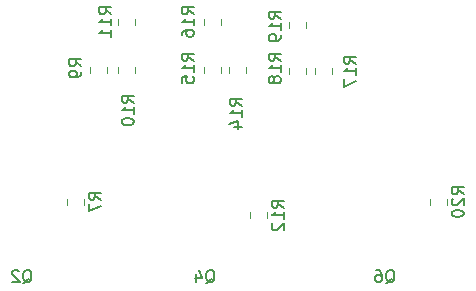
<source format=gbr>
G04 #@! TF.GenerationSoftware,KiCad,Pcbnew,(5.1.4)-1*
G04 #@! TF.CreationDate,2019-11-24T23:21:18+05:30*
G04 #@! TF.ProjectId,half_bridge_fd6288_v3.0,68616c66-5f62-4726-9964-67655f666436,rev?*
G04 #@! TF.SameCoordinates,Original*
G04 #@! TF.FileFunction,Legend,Bot*
G04 #@! TF.FilePolarity,Positive*
%FSLAX46Y46*%
G04 Gerber Fmt 4.6, Leading zero omitted, Abs format (unit mm)*
G04 Created by KiCad (PCBNEW (5.1.4)-1) date 2019-11-24 23:21:18*
%MOMM*%
%LPD*%
G04 APERTURE LIST*
%ADD10C,0.120000*%
%ADD11C,0.150000*%
G04 APERTURE END LIST*
D10*
X50494000Y-111250252D02*
X50494000Y-110727748D01*
X49074000Y-111250252D02*
X49074000Y-110727748D01*
X52399000Y-99569748D02*
X52399000Y-100092252D01*
X50979000Y-99569748D02*
X50979000Y-100092252D01*
X54812000Y-100074252D02*
X54812000Y-99551748D01*
X53392000Y-100074252D02*
X53392000Y-99551748D01*
X53392000Y-95505748D02*
X53392000Y-96028252D01*
X54812000Y-95505748D02*
X54812000Y-96028252D01*
X65988000Y-112402252D02*
X65988000Y-111879748D01*
X64568000Y-112402252D02*
X64568000Y-111879748D01*
X62790000Y-99551748D02*
X62790000Y-100074252D01*
X64210000Y-99551748D02*
X64210000Y-100074252D01*
X60631000Y-100074252D02*
X60631000Y-99551748D01*
X62051000Y-100074252D02*
X62051000Y-99551748D01*
X60631000Y-95505748D02*
X60631000Y-96028252D01*
X62051000Y-95505748D02*
X62051000Y-96028252D01*
X70029000Y-99678748D02*
X70029000Y-100201252D01*
X71449000Y-99678748D02*
X71449000Y-100201252D01*
X67870000Y-100219252D02*
X67870000Y-99696748D01*
X69290000Y-100219252D02*
X69290000Y-99696748D01*
X69290000Y-95741748D02*
X69290000Y-96264252D01*
X67870000Y-95741748D02*
X67870000Y-96264252D01*
X81228000Y-111268252D02*
X81228000Y-110745748D01*
X79808000Y-111268252D02*
X79808000Y-110745748D01*
D11*
X45307238Y-117895619D02*
X45402476Y-117848000D01*
X45497714Y-117752761D01*
X45640571Y-117609904D01*
X45735809Y-117562285D01*
X45831047Y-117562285D01*
X45783428Y-117800380D02*
X45878666Y-117752761D01*
X45973904Y-117657523D01*
X46021523Y-117467047D01*
X46021523Y-117133714D01*
X45973904Y-116943238D01*
X45878666Y-116848000D01*
X45783428Y-116800380D01*
X45592952Y-116800380D01*
X45497714Y-116848000D01*
X45402476Y-116943238D01*
X45354857Y-117133714D01*
X45354857Y-117467047D01*
X45402476Y-117657523D01*
X45497714Y-117752761D01*
X45592952Y-117800380D01*
X45783428Y-117800380D01*
X44973904Y-116895619D02*
X44926285Y-116848000D01*
X44831047Y-116800380D01*
X44592952Y-116800380D01*
X44497714Y-116848000D01*
X44450095Y-116895619D01*
X44402476Y-116990857D01*
X44402476Y-117086095D01*
X44450095Y-117228952D01*
X45021523Y-117800380D01*
X44402476Y-117800380D01*
X60801238Y-117895619D02*
X60896476Y-117848000D01*
X60991714Y-117752761D01*
X61134571Y-117609904D01*
X61229809Y-117562285D01*
X61325047Y-117562285D01*
X61277428Y-117800380D02*
X61372666Y-117752761D01*
X61467904Y-117657523D01*
X61515523Y-117467047D01*
X61515523Y-117133714D01*
X61467904Y-116943238D01*
X61372666Y-116848000D01*
X61277428Y-116800380D01*
X61086952Y-116800380D01*
X60991714Y-116848000D01*
X60896476Y-116943238D01*
X60848857Y-117133714D01*
X60848857Y-117467047D01*
X60896476Y-117657523D01*
X60991714Y-117752761D01*
X61086952Y-117800380D01*
X61277428Y-117800380D01*
X59991714Y-117133714D02*
X59991714Y-117800380D01*
X60229809Y-116752761D02*
X60467904Y-117467047D01*
X59848857Y-117467047D01*
X76041238Y-117895619D02*
X76136476Y-117848000D01*
X76231714Y-117752761D01*
X76374571Y-117609904D01*
X76469809Y-117562285D01*
X76565047Y-117562285D01*
X76517428Y-117800380D02*
X76612666Y-117752761D01*
X76707904Y-117657523D01*
X76755523Y-117467047D01*
X76755523Y-117133714D01*
X76707904Y-116943238D01*
X76612666Y-116848000D01*
X76517428Y-116800380D01*
X76326952Y-116800380D01*
X76231714Y-116848000D01*
X76136476Y-116943238D01*
X76088857Y-117133714D01*
X76088857Y-117467047D01*
X76136476Y-117657523D01*
X76231714Y-117752761D01*
X76326952Y-117800380D01*
X76517428Y-117800380D01*
X75231714Y-116800380D02*
X75422190Y-116800380D01*
X75517428Y-116848000D01*
X75565047Y-116895619D01*
X75660285Y-117038476D01*
X75707904Y-117228952D01*
X75707904Y-117609904D01*
X75660285Y-117705142D01*
X75612666Y-117752761D01*
X75517428Y-117800380D01*
X75326952Y-117800380D01*
X75231714Y-117752761D01*
X75184095Y-117705142D01*
X75136476Y-117609904D01*
X75136476Y-117371809D01*
X75184095Y-117276571D01*
X75231714Y-117228952D01*
X75326952Y-117181333D01*
X75517428Y-117181333D01*
X75612666Y-117228952D01*
X75660285Y-117276571D01*
X75707904Y-117371809D01*
X51886380Y-110822333D02*
X51410190Y-110489000D01*
X51886380Y-110250904D02*
X50886380Y-110250904D01*
X50886380Y-110631857D01*
X50934000Y-110727095D01*
X50981619Y-110774714D01*
X51076857Y-110822333D01*
X51219714Y-110822333D01*
X51314952Y-110774714D01*
X51362571Y-110727095D01*
X51410190Y-110631857D01*
X51410190Y-110250904D01*
X50886380Y-111155666D02*
X50886380Y-111822333D01*
X51886380Y-111393761D01*
X50236380Y-99528333D02*
X49760190Y-99195000D01*
X50236380Y-98956904D02*
X49236380Y-98956904D01*
X49236380Y-99337857D01*
X49284000Y-99433095D01*
X49331619Y-99480714D01*
X49426857Y-99528333D01*
X49569714Y-99528333D01*
X49664952Y-99480714D01*
X49712571Y-99433095D01*
X49760190Y-99337857D01*
X49760190Y-98956904D01*
X50236380Y-100004523D02*
X50236380Y-100195000D01*
X50188761Y-100290238D01*
X50141142Y-100337857D01*
X49998285Y-100433095D01*
X49807809Y-100480714D01*
X49426857Y-100480714D01*
X49331619Y-100433095D01*
X49284000Y-100385476D01*
X49236380Y-100290238D01*
X49236380Y-100099761D01*
X49284000Y-100004523D01*
X49331619Y-99956904D01*
X49426857Y-99909285D01*
X49664952Y-99909285D01*
X49760190Y-99956904D01*
X49807809Y-100004523D01*
X49855428Y-100099761D01*
X49855428Y-100290238D01*
X49807809Y-100385476D01*
X49760190Y-100433095D01*
X49664952Y-100480714D01*
X54681380Y-102608142D02*
X54205190Y-102274809D01*
X54681380Y-102036714D02*
X53681380Y-102036714D01*
X53681380Y-102417666D01*
X53729000Y-102512904D01*
X53776619Y-102560523D01*
X53871857Y-102608142D01*
X54014714Y-102608142D01*
X54109952Y-102560523D01*
X54157571Y-102512904D01*
X54205190Y-102417666D01*
X54205190Y-102036714D01*
X54681380Y-103560523D02*
X54681380Y-102989095D01*
X54681380Y-103274809D02*
X53681380Y-103274809D01*
X53824238Y-103179571D01*
X53919476Y-103084333D01*
X53967095Y-102989095D01*
X53681380Y-104179571D02*
X53681380Y-104274809D01*
X53729000Y-104370047D01*
X53776619Y-104417666D01*
X53871857Y-104465285D01*
X54062333Y-104512904D01*
X54300428Y-104512904D01*
X54490904Y-104465285D01*
X54586142Y-104417666D01*
X54633761Y-104370047D01*
X54681380Y-104274809D01*
X54681380Y-104179571D01*
X54633761Y-104084333D01*
X54586142Y-104036714D01*
X54490904Y-103989095D01*
X54300428Y-103941476D01*
X54062333Y-103941476D01*
X53871857Y-103989095D01*
X53776619Y-104036714D01*
X53729000Y-104084333D01*
X53681380Y-104179571D01*
X52776380Y-95115142D02*
X52300190Y-94781809D01*
X52776380Y-94543714D02*
X51776380Y-94543714D01*
X51776380Y-94924666D01*
X51824000Y-95019904D01*
X51871619Y-95067523D01*
X51966857Y-95115142D01*
X52109714Y-95115142D01*
X52204952Y-95067523D01*
X52252571Y-95019904D01*
X52300190Y-94924666D01*
X52300190Y-94543714D01*
X52776380Y-96067523D02*
X52776380Y-95496095D01*
X52776380Y-95781809D02*
X51776380Y-95781809D01*
X51919238Y-95686571D01*
X52014476Y-95591333D01*
X52062095Y-95496095D01*
X52776380Y-97019904D02*
X52776380Y-96448476D01*
X52776380Y-96734190D02*
X51776380Y-96734190D01*
X51919238Y-96638952D01*
X52014476Y-96543714D01*
X52062095Y-96448476D01*
X67380380Y-111498142D02*
X66904190Y-111164809D01*
X67380380Y-110926714D02*
X66380380Y-110926714D01*
X66380380Y-111307666D01*
X66428000Y-111402904D01*
X66475619Y-111450523D01*
X66570857Y-111498142D01*
X66713714Y-111498142D01*
X66808952Y-111450523D01*
X66856571Y-111402904D01*
X66904190Y-111307666D01*
X66904190Y-110926714D01*
X67380380Y-112450523D02*
X67380380Y-111879095D01*
X67380380Y-112164809D02*
X66380380Y-112164809D01*
X66523238Y-112069571D01*
X66618476Y-111974333D01*
X66666095Y-111879095D01*
X66475619Y-112831476D02*
X66428000Y-112879095D01*
X66380380Y-112974333D01*
X66380380Y-113212428D01*
X66428000Y-113307666D01*
X66475619Y-113355285D01*
X66570857Y-113402904D01*
X66666095Y-113402904D01*
X66808952Y-113355285D01*
X67380380Y-112783857D01*
X67380380Y-113402904D01*
X63825380Y-102862142D02*
X63349190Y-102528809D01*
X63825380Y-102290714D02*
X62825380Y-102290714D01*
X62825380Y-102671666D01*
X62873000Y-102766904D01*
X62920619Y-102814523D01*
X63015857Y-102862142D01*
X63158714Y-102862142D01*
X63253952Y-102814523D01*
X63301571Y-102766904D01*
X63349190Y-102671666D01*
X63349190Y-102290714D01*
X63825380Y-103814523D02*
X63825380Y-103243095D01*
X63825380Y-103528809D02*
X62825380Y-103528809D01*
X62968238Y-103433571D01*
X63063476Y-103338333D01*
X63111095Y-103243095D01*
X63158714Y-104671666D02*
X63825380Y-104671666D01*
X62777761Y-104433571D02*
X63492047Y-104195476D01*
X63492047Y-104814523D01*
X59761380Y-99052142D02*
X59285190Y-98718809D01*
X59761380Y-98480714D02*
X58761380Y-98480714D01*
X58761380Y-98861666D01*
X58809000Y-98956904D01*
X58856619Y-99004523D01*
X58951857Y-99052142D01*
X59094714Y-99052142D01*
X59189952Y-99004523D01*
X59237571Y-98956904D01*
X59285190Y-98861666D01*
X59285190Y-98480714D01*
X59761380Y-100004523D02*
X59761380Y-99433095D01*
X59761380Y-99718809D02*
X58761380Y-99718809D01*
X58904238Y-99623571D01*
X58999476Y-99528333D01*
X59047095Y-99433095D01*
X58761380Y-100909285D02*
X58761380Y-100433095D01*
X59237571Y-100385476D01*
X59189952Y-100433095D01*
X59142333Y-100528333D01*
X59142333Y-100766428D01*
X59189952Y-100861666D01*
X59237571Y-100909285D01*
X59332809Y-100956904D01*
X59570904Y-100956904D01*
X59666142Y-100909285D01*
X59713761Y-100861666D01*
X59761380Y-100766428D01*
X59761380Y-100528333D01*
X59713761Y-100433095D01*
X59666142Y-100385476D01*
X59761380Y-95115142D02*
X59285190Y-94781809D01*
X59761380Y-94543714D02*
X58761380Y-94543714D01*
X58761380Y-94924666D01*
X58809000Y-95019904D01*
X58856619Y-95067523D01*
X58951857Y-95115142D01*
X59094714Y-95115142D01*
X59189952Y-95067523D01*
X59237571Y-95019904D01*
X59285190Y-94924666D01*
X59285190Y-94543714D01*
X59761380Y-96067523D02*
X59761380Y-95496095D01*
X59761380Y-95781809D02*
X58761380Y-95781809D01*
X58904238Y-95686571D01*
X58999476Y-95591333D01*
X59047095Y-95496095D01*
X58761380Y-96924666D02*
X58761380Y-96734190D01*
X58809000Y-96638952D01*
X58856619Y-96591333D01*
X58999476Y-96496095D01*
X59189952Y-96448476D01*
X59570904Y-96448476D01*
X59666142Y-96496095D01*
X59713761Y-96543714D01*
X59761380Y-96638952D01*
X59761380Y-96829428D01*
X59713761Y-96924666D01*
X59666142Y-96972285D01*
X59570904Y-97019904D01*
X59332809Y-97019904D01*
X59237571Y-96972285D01*
X59189952Y-96924666D01*
X59142333Y-96829428D01*
X59142333Y-96638952D01*
X59189952Y-96543714D01*
X59237571Y-96496095D01*
X59332809Y-96448476D01*
X73477380Y-99297142D02*
X73001190Y-98963809D01*
X73477380Y-98725714D02*
X72477380Y-98725714D01*
X72477380Y-99106666D01*
X72525000Y-99201904D01*
X72572619Y-99249523D01*
X72667857Y-99297142D01*
X72810714Y-99297142D01*
X72905952Y-99249523D01*
X72953571Y-99201904D01*
X73001190Y-99106666D01*
X73001190Y-98725714D01*
X73477380Y-100249523D02*
X73477380Y-99678095D01*
X73477380Y-99963809D02*
X72477380Y-99963809D01*
X72620238Y-99868571D01*
X72715476Y-99773333D01*
X72763095Y-99678095D01*
X72477380Y-100582857D02*
X72477380Y-101249523D01*
X73477380Y-100820952D01*
X67127380Y-99052142D02*
X66651190Y-98718809D01*
X67127380Y-98480714D02*
X66127380Y-98480714D01*
X66127380Y-98861666D01*
X66175000Y-98956904D01*
X66222619Y-99004523D01*
X66317857Y-99052142D01*
X66460714Y-99052142D01*
X66555952Y-99004523D01*
X66603571Y-98956904D01*
X66651190Y-98861666D01*
X66651190Y-98480714D01*
X67127380Y-100004523D02*
X67127380Y-99433095D01*
X67127380Y-99718809D02*
X66127380Y-99718809D01*
X66270238Y-99623571D01*
X66365476Y-99528333D01*
X66413095Y-99433095D01*
X66555952Y-100575952D02*
X66508333Y-100480714D01*
X66460714Y-100433095D01*
X66365476Y-100385476D01*
X66317857Y-100385476D01*
X66222619Y-100433095D01*
X66175000Y-100480714D01*
X66127380Y-100575952D01*
X66127380Y-100766428D01*
X66175000Y-100861666D01*
X66222619Y-100909285D01*
X66317857Y-100956904D01*
X66365476Y-100956904D01*
X66460714Y-100909285D01*
X66508333Y-100861666D01*
X66555952Y-100766428D01*
X66555952Y-100575952D01*
X66603571Y-100480714D01*
X66651190Y-100433095D01*
X66746428Y-100385476D01*
X66936904Y-100385476D01*
X67032142Y-100433095D01*
X67079761Y-100480714D01*
X67127380Y-100575952D01*
X67127380Y-100766428D01*
X67079761Y-100861666D01*
X67032142Y-100909285D01*
X66936904Y-100956904D01*
X66746428Y-100956904D01*
X66651190Y-100909285D01*
X66603571Y-100861666D01*
X66555952Y-100766428D01*
X67127380Y-95496142D02*
X66651190Y-95162809D01*
X67127380Y-94924714D02*
X66127380Y-94924714D01*
X66127380Y-95305666D01*
X66175000Y-95400904D01*
X66222619Y-95448523D01*
X66317857Y-95496142D01*
X66460714Y-95496142D01*
X66555952Y-95448523D01*
X66603571Y-95400904D01*
X66651190Y-95305666D01*
X66651190Y-94924714D01*
X67127380Y-96448523D02*
X67127380Y-95877095D01*
X67127380Y-96162809D02*
X66127380Y-96162809D01*
X66270238Y-96067571D01*
X66365476Y-95972333D01*
X66413095Y-95877095D01*
X67127380Y-96924714D02*
X67127380Y-97115190D01*
X67079761Y-97210428D01*
X67032142Y-97258047D01*
X66889285Y-97353285D01*
X66698809Y-97400904D01*
X66317857Y-97400904D01*
X66222619Y-97353285D01*
X66175000Y-97305666D01*
X66127380Y-97210428D01*
X66127380Y-97019952D01*
X66175000Y-96924714D01*
X66222619Y-96877095D01*
X66317857Y-96829476D01*
X66555952Y-96829476D01*
X66651190Y-96877095D01*
X66698809Y-96924714D01*
X66746428Y-97019952D01*
X66746428Y-97210428D01*
X66698809Y-97305666D01*
X66651190Y-97353285D01*
X66555952Y-97400904D01*
X82620380Y-110364142D02*
X82144190Y-110030809D01*
X82620380Y-109792714D02*
X81620380Y-109792714D01*
X81620380Y-110173666D01*
X81668000Y-110268904D01*
X81715619Y-110316523D01*
X81810857Y-110364142D01*
X81953714Y-110364142D01*
X82048952Y-110316523D01*
X82096571Y-110268904D01*
X82144190Y-110173666D01*
X82144190Y-109792714D01*
X81715619Y-110745095D02*
X81668000Y-110792714D01*
X81620380Y-110887952D01*
X81620380Y-111126047D01*
X81668000Y-111221285D01*
X81715619Y-111268904D01*
X81810857Y-111316523D01*
X81906095Y-111316523D01*
X82048952Y-111268904D01*
X82620380Y-110697476D01*
X82620380Y-111316523D01*
X81620380Y-111935571D02*
X81620380Y-112030809D01*
X81668000Y-112126047D01*
X81715619Y-112173666D01*
X81810857Y-112221285D01*
X82001333Y-112268904D01*
X82239428Y-112268904D01*
X82429904Y-112221285D01*
X82525142Y-112173666D01*
X82572761Y-112126047D01*
X82620380Y-112030809D01*
X82620380Y-111935571D01*
X82572761Y-111840333D01*
X82525142Y-111792714D01*
X82429904Y-111745095D01*
X82239428Y-111697476D01*
X82001333Y-111697476D01*
X81810857Y-111745095D01*
X81715619Y-111792714D01*
X81668000Y-111840333D01*
X81620380Y-111935571D01*
M02*

</source>
